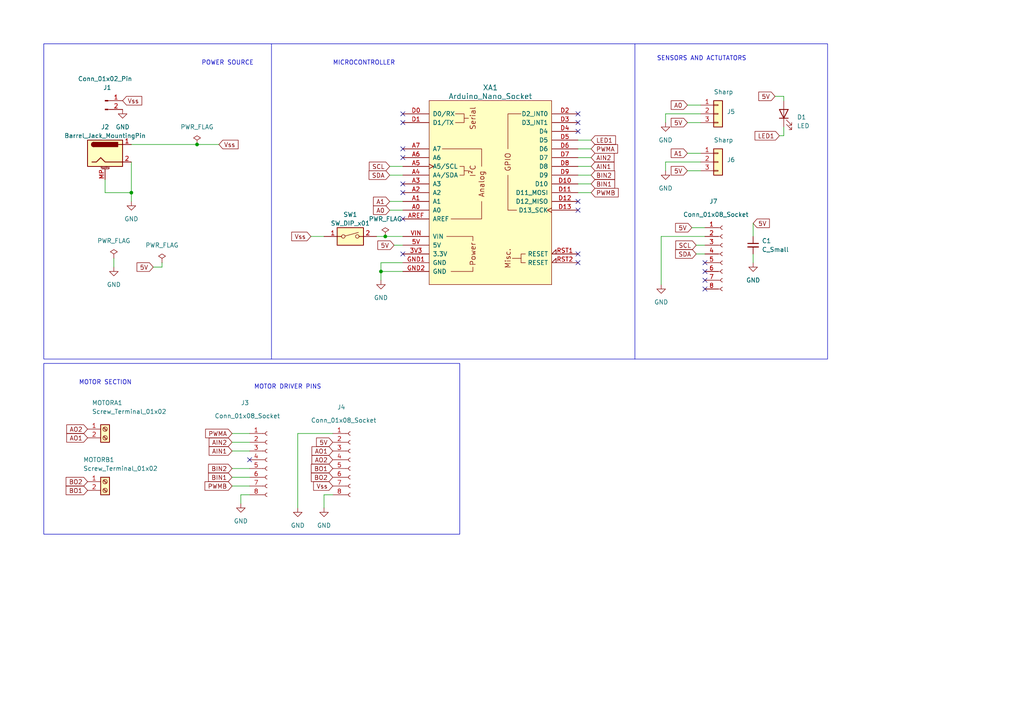
<source format=kicad_sch>
(kicad_sch (version 20230121) (generator eeschema)
  (paper "A4")
  (lib_symbols
    (symbol "Connector:Barrel_Jack_MountingPin" (pin_names hide)
      (property "Reference" "J" (at 0 5.334 0))
      (property "Value" "Barrel_Jack_MountingPin" (at 1.27 -6.35 0))
      (symbol "Barrel_Jack_MountingPin_0_1"
        (rectangle (start -5.08 3.81) (end 5.08 -3.81) (stroke (width 0.254)) (fill (type background)))
        (arc (start -3.302 3.175) (mid -3.9343 2.54) (end -3.302 1.905) (stroke (width 0.254)))
        (arc (start -3.302 3.175) (mid -3.9343 2.54) (end -3.302 1.905) (stroke (width 0.254)) (fill (type outline)))
        (polyline (pts (xy 5.08 2.54) (xy 3.81 2.54)) (stroke (width 0.254)))
        (polyline (pts (xy -3.81 -2.54) (xy -2.54 -2.54) (xy -1.27 -1.27) (xy 0 -2.54) (xy 2.54 -2.54) (xy 5.08 -2.54)) (stroke (width 0.254)))
        (rectangle (start 3.683 3.175) (end -3.302 1.905) (stroke (width 0.254)) (fill (type outline)))
      )
      (symbol "Barrel_Jack_MountingPin_1_1"
        (polyline (pts (xy -1.016 -4.572) (xy 1.016 -4.572)) (stroke (width 0.1524)))
        (text "Mounting" (at 0 -4.191 0) (effects (font (size 0.381 0.381))))
        (pin passive line (at 7.62 2.54 180) (length 2.54) (name "~") (number "1"))
        (pin passive line (at 7.62 -2.54 180) (length 2.54) (name "~") (number "2"))
        (pin passive line (at 0 -7.62 90) (length 3.048) (name "MountPin") (number "MP"))
      )
    )
    (symbol "Connector:Conn_01x02_Pin" (pin_names (offset 1.016) hide)
      (property "Reference" "J" (at 0 2.54 0))
      (property "Value" "Conn_01x02_Pin" (at 0 -5.08 0))
      (symbol "Conn_01x02_Pin_1_1"
        (polyline (pts (xy 1.27 -2.54) (xy 0.8636 -2.54)) (stroke (width 0.1524)))
        (polyline (pts (xy 1.27 0) (xy 0.8636 0)) (stroke (width 0.1524)))
        (rectangle (start 0.8636 -2.413) (end 0 -2.667) (stroke (width 0.1524)) (fill (type outline)))
        (rectangle (start 0.8636 0.127) (end 0 -0.127) (stroke (width 0.1524)) (fill (type outline)))
        (pin passive line (at 5.08 0 180) (length 3.81) (name "Pin_1") (number "1"))
        (pin passive line (at 5.08 -2.54 180) (length 3.81) (name "Pin_2") (number "2"))
      )
    )
    (symbol "Connector:Conn_01x08_Socket" (pin_names (offset 1.016) hide)
      (property "Reference" "J" (at 0 10.16 0))
      (property "Value" "Conn_01x08_Socket" (at 0 -12.7 0))
      (symbol "Conn_01x08_Socket_1_1"
        (arc (start 0 -9.652) (mid -0.5058 -10.16) (end 0 -10.668) (stroke (width 0.1524)))
        (arc (start 0 -7.112) (mid -0.5058 -7.62) (end 0 -8.128) (stroke (width 0.1524)))
        (arc (start 0 -4.572) (mid -0.5058 -5.08) (end 0 -5.588) (stroke (width 0.1524)))
        (arc (start 0 -2.032) (mid -0.5058 -2.54) (end 0 -3.048) (stroke (width 0.1524)))
        (polyline (pts (xy -1.27 -10.16) (xy -0.508 -10.16)) (stroke (width 0.1524)))
        (polyline (pts (xy -1.27 -7.62) (xy -0.508 -7.62)) (stroke (width 0.1524)))
        (polyline (pts (xy -1.27 -5.08) (xy -0.508 -5.08)) (stroke (width 0.1524)))
        (polyline (pts (xy -1.27 -2.54) (xy -0.508 -2.54)) (stroke (width 0.1524)))
        (polyline (pts (xy -1.27 0) (xy -0.508 0)) (stroke (width 0.1524)))
        (polyline (pts (xy -1.27 2.54) (xy -0.508 2.54)) (stroke (width 0.1524)))
        (polyline (pts (xy -1.27 5.08) (xy -0.508 5.08)) (stroke (width 0.1524)))
        (polyline (pts (xy -1.27 7.62) (xy -0.508 7.62)) (stroke (width 0.1524)))
        (arc (start 0 0.508) (mid -0.5058 0) (end 0 -0.508) (stroke (width 0.1524)))
        (arc (start 0 3.048) (mid -0.5058 2.54) (end 0 2.032) (stroke (width 0.1524)))
        (arc (start 0 5.588) (mid -0.5058 5.08) (end 0 4.572) (stroke (width 0.1524)))
        (arc (start 0 8.128) (mid -0.5058 7.62) (end 0 7.112) (stroke (width 0.1524)))
        (pin passive line (at -5.08 7.62 0) (length 3.81) (name "Pin_1") (number "1"))
        (pin passive line (at -5.08 5.08 0) (length 3.81) (name "Pin_2") (number "2"))
        (pin passive line (at -5.08 2.54 0) (length 3.81) (name "Pin_3") (number "3"))
        (pin passive line (at -5.08 0 0) (length 3.81) (name "Pin_4") (number "4"))
        (pin passive line (at -5.08 -2.54 0) (length 3.81) (name "Pin_5") (number "5"))
        (pin passive line (at -5.08 -5.08 0) (length 3.81) (name "Pin_6") (number "6"))
        (pin passive line (at -5.08 -7.62 0) (length 3.81) (name "Pin_7") (number "7"))
        (pin passive line (at -5.08 -10.16 0) (length 3.81) (name "Pin_8") (number "8"))
      )
    )
    (symbol "Connector:Screw_Terminal_01x02" (pin_names (offset 1.016) hide)
      (property "Reference" "J" (at 0 2.54 0))
      (property "Value" "Screw_Terminal_01x02" (at 0 -5.08 0))
      (symbol "Screw_Terminal_01x02_1_1"
        (rectangle (start -1.27 1.27) (end 1.27 -3.81) (stroke (width 0.254)) (fill (type background)))
        (circle (center 0 -2.54) (radius 0.635) (stroke (width 0.1524)))
        (polyline (pts (xy -0.5334 -2.2098) (xy 0.3302 -3.048)) (stroke (width 0.1524)))
        (polyline (pts (xy -0.5334 0.3302) (xy 0.3302 -0.508)) (stroke (width 0.1524)))
        (polyline (pts (xy -0.3556 -2.032) (xy 0.508 -2.8702)) (stroke (width 0.1524)))
        (polyline (pts (xy -0.3556 0.508) (xy 0.508 -0.3302)) (stroke (width 0.1524)))
        (circle (center 0 0) (radius 0.635) (stroke (width 0.1524)))
        (pin passive line (at -5.08 0 0) (length 3.81) (name "Pin_1") (number "1"))
        (pin passive line (at -5.08 -2.54 0) (length 3.81) (name "Pin_2") (number "2"))
      )
    )
    (symbol "Connector_Generic:Conn_01x03" (pin_names (offset 1.016) hide)
      (property "Reference" "J" (at 0 5.08 0))
      (property "Value" "Conn_01x03" (at 0 -5.08 0))
      (symbol "Conn_01x03_1_1"
        (rectangle (start -1.27 -2.413) (end 0 -2.667) (stroke (width 0.1524)))
        (rectangle (start -1.27 0.127) (end 0 -0.127) (stroke (width 0.1524)))
        (rectangle (start -1.27 2.667) (end 0 2.413) (stroke (width 0.1524)))
        (rectangle (start -1.27 3.81) (end 1.27 -3.81) (stroke (width 0.254)) (fill (type background)))
        (pin passive line (at -5.08 2.54 0) (length 3.81) (name "Pin_1") (number "1"))
        (pin passive line (at -5.08 0 0) (length 3.81) (name "Pin_2") (number "2"))
        (pin passive line (at -5.08 -2.54 0) (length 3.81) (name "Pin_3") (number "3"))
      )
    )
    (symbol "Device:C_Small" (pin_numbers hide) (pin_names (offset 0.254) hide)
      (property "Reference" "C" (at 0.254 1.778 0))
      (property "Value" "C_Small" (at 0.254 -2.032 0))
      (symbol "C_Small_0_1"
        (polyline (pts (xy -1.524 -0.508) (xy 1.524 -0.508)) (stroke (width 0.3302)))
        (polyline (pts (xy -1.524 0.508) (xy 1.524 0.508)) (stroke (width 0.3048)))
      )
      (symbol "C_Small_1_1"
        (pin passive line (at 0 2.54 270) (length 2.032) (name "~") (number "1"))
        (pin passive line (at 0 -2.54 90) (length 2.032) (name "~") (number "2"))
      )
    )
    (symbol "Device:LED" (pin_numbers hide) (pin_names (offset 1.016) hide)
      (property "Reference" "D" (at 0 2.54 0))
      (property "Value" "LED" (at 0 -2.54 0))
      (symbol "LED_0_1"
        (polyline (pts (xy -1.27 -1.27) (xy -1.27 1.27)) (stroke (width 0.254)))
        (polyline (pts (xy -1.27 0) (xy 1.27 0)))
        (polyline (pts (xy 1.27 -1.27) (xy 1.27 1.27) (xy -1.27 0) (xy 1.27 -1.27)) (stroke (width 0.254)))
        (polyline (pts (xy -3.048 -0.762) (xy -4.572 -2.286) (xy -3.81 -2.286) (xy -4.572 -2.286) (xy -4.572 -1.524)))
        (polyline (pts (xy -1.778 -0.762) (xy -3.302 -2.286) (xy -2.54 -2.286) (xy -3.302 -2.286) (xy -3.302 -1.524)))
      )
      (symbol "LED_1_1"
        (pin passive line (at -3.81 0 0) (length 2.54) (name "K") (number "1"))
        (pin passive line (at 3.81 0 180) (length 2.54) (name "A") (number "2"))
      )
    )
    (symbol "PCM_arduino-library:Arduino_Nano_Socket" (pin_names (offset 1.016))
      (property "Reference" "XA" (at 0 33.02 0))
      (property "Value" "Arduino_Nano_Socket" (at 0 29.21 0))
      (symbol "Arduino_Nano_Socket_0_0"
        (rectangle (start -17.78 26.67) (end 17.78 -26.67) (fill (type background)))
        (polyline (pts (xy -7.62 6.35) (xy -6.35 6.35)))
        (polyline (pts (xy -7.62 21.59) (xy -6.35 21.59)))
        (polyline (pts (xy 8.89 -19.05) (xy 6.35 -19.05)))
        (polyline (pts (xy -11.43 -22.86) (xy -5.08 -22.86) (xy -5.08 -21.59)))
        (polyline (pts (xy -5.08 -13.97) (xy -5.08 -12.7) (xy -12.7 -12.7)))
        (polyline (pts (xy -10.16 22.86) (xy -7.62 22.86) (xy -7.62 20.32) (xy -10.16 20.32)))
        (polyline (pts (xy -8.89 7.62) (xy -7.62 7.62) (xy -7.62 5.08) (xy -8.89 5.08)))
        (text "Analog" (at -2.54 2.54 900) (effects (font (size 1.524 1.524))))
        (text "I²C" (at -5.08 6.35 900) (effects (font (size 1.524 1.524))))
        (text "Misc." (at 5.08 -19.05 900) (effects (font (size 1.524 1.524))))
        (text "Power" (at -5.08 -17.78 900) (effects (font (size 1.524 1.524))))
        (text "Serial" (at -5.08 21.59 900) (effects (font (size 1.524 1.524))))
      )
      (symbol "Arduino_Nano_Socket_0_1"
        (polyline (pts (xy -13.97 12.7) (xy -2.54 12.7) (xy -2.54 7.62)))
        (polyline (pts (xy -11.43 -7.62) (xy -2.54 -7.62) (xy -2.54 -2.54)))
        (polyline (pts (xy 7.62 -5.08) (xy 5.08 -5.08) (xy 5.08 5.08)))
        (polyline (pts (xy 8.89 22.86) (xy 5.08 22.86) (xy 5.08 12.7)))
        (polyline (pts (xy 10.16 -17.78) (xy 8.89 -17.78) (xy 8.89 -20.32) (xy 10.16 -20.32)))
      )
      (symbol "Arduino_Nano_Socket_1_0"
        (text "GPIO" (at 5.08 8.89 900) (effects (font (size 1.524 1.524))))
      )
      (symbol "Arduino_Nano_Socket_1_1"
        (pin power_out line (at -25.4 -17.78 0) (length 7.62) (name "3.3V") (number "3V3"))
        (pin power_in line (at -25.4 -15.24 0) (length 7.62) (name "5V") (number "5V"))
        (pin bidirectional line (at -25.4 -5.08 0) (length 7.62) (name "A0") (number "A0"))
        (pin bidirectional line (at -25.4 -2.54 0) (length 7.62) (name "A1") (number "A1"))
        (pin bidirectional line (at -25.4 0 0) (length 7.62) (name "A2") (number "A2"))
        (pin bidirectional line (at -25.4 2.54 0) (length 7.62) (name "A3") (number "A3"))
        (pin bidirectional line (at -25.4 5.08 0) (length 7.62) (name "A4/SDA") (number "A4"))
        (pin bidirectional clock (at -25.4 7.62 0) (length 7.62) (name "A5/SCL") (number "A5"))
        (pin input line (at -25.4 10.16 0) (length 7.62) (name "A6") (number "A6"))
        (pin input line (at -25.4 12.7 0) (length 7.62) (name "A7") (number "A7"))
        (pin input line (at -25.4 -7.62 0) (length 7.62) (name "AREF") (number "AREF"))
        (pin bidirectional line (at -25.4 22.86 0) (length 7.62) (name "D0/RX") (number "D0"))
        (pin bidirectional line (at -25.4 20.32 0) (length 7.62) (name "D1/TX") (number "D1"))
        (pin bidirectional line (at 25.4 2.54 180) (length 7.62) (name "D10") (number "D10"))
        (pin bidirectional line (at 25.4 0 180) (length 7.62) (name "D11_MOSI") (number "D11"))
        (pin bidirectional line (at 25.4 -2.54 180) (length 7.62) (name "D12_MISO") (number "D12"))
        (pin bidirectional clock (at 25.4 -5.08 180) (length 7.62) (name "D13_SCK") (number "D13"))
        (pin bidirectional line (at 25.4 22.86 180) (length 7.62) (name "D2_INT0") (number "D2"))
        (pin bidirectional line (at 25.4 20.32 180) (length 7.62) (name "D3_INT1") (number "D3"))
        (pin bidirectional line (at 25.4 17.78 180) (length 7.62) (name "D4") (number "D4"))
        (pin bidirectional line (at 25.4 15.24 180) (length 7.62) (name "D5") (number "D5"))
        (pin bidirectional line (at 25.4 12.7 180) (length 7.62) (name "D6") (number "D6"))
        (pin bidirectional line (at 25.4 10.16 180) (length 7.62) (name "D7") (number "D7"))
        (pin bidirectional line (at 25.4 7.62 180) (length 7.62) (name "D8") (number "D8"))
        (pin bidirectional line (at 25.4 5.08 180) (length 7.62) (name "D9") (number "D9"))
        (pin power_in line (at -25.4 -20.32 0) (length 7.62) (name "GND") (number "GND1"))
        (pin power_in line (at -25.4 -22.86 0) (length 7.62) (name "GND") (number "GND2"))
        (pin open_collector input_low (at 25.4 -17.78 180) (length 7.62) (name "RESET") (number "RST1"))
        (pin open_collector input_low (at 25.4 -20.32 180) (length 7.62) (name "RESET") (number "RST2"))
        (pin power_in line (at -25.4 -12.7 0) (length 7.62) (name "VIN") (number "VIN"))
      )
    )
    (symbol "Switch:SW_DIP_x01" (pin_names (offset 0) hide)
      (property "Reference" "SW" (at 0 3.81 0))
      (property "Value" "SW_DIP_x01" (at 0 -3.81 0))
      (symbol "SW_DIP_x01_0_0"
        (circle (center -2.032 0) (radius 0.508))
        (polyline (pts (xy -1.524 0.127) (xy 2.3622 1.1684)))
        (circle (center 2.032 0) (radius 0.508))
      )
      (symbol "SW_DIP_x01_0_1"
        (rectangle (start -3.81 2.54) (end 3.81 -2.54) (stroke (width 0.254)) (fill (type background)))
      )
      (symbol "SW_DIP_x01_1_1"
        (pin passive line (at -7.62 0 0) (length 5.08) (name "~") (number "1"))
        (pin passive line (at 7.62 0 180) (length 5.08) (name "~") (number "2"))
      )
    )
    (symbol "power:GND" (power) (pin_names (offset 0))
      (property "Value" "GND" (at 0 -3.81 0))
      (symbol "GND_0_1"
        (polyline (pts (xy 0 0) (xy 0 -1.27) (xy 1.27 -1.27) (xy 0 -2.54) (xy -1.27 -1.27) (xy 0 -1.27)))
      )
      (symbol "GND_1_1"
        (pin power_in line (at 0 0 270) (length 0) hide (name "GND") (number "1"))
      )
    )
    (symbol "power:PWR_FLAG" (power) (pin_numbers hide) (pin_names (offset 0) hide)
      (property "Value" "PWR_FLAG" (at 0 3.81 0))
      (symbol "PWR_FLAG_0_0"
        (pin power_out line (at 0 0 90) (length 0) (name "pwr") (number "1"))
      )
      (symbol "PWR_FLAG_0_1"
        (polyline (pts (xy 0 0) (xy 0 1.27) (xy -1.016 1.905) (xy 0 2.54) (xy 1.016 1.905) (xy 0 1.27)))
      )
    )
  )
  (junction (at 111.76 68.58))
  (junction (at 110.49 78.74))
  (junction (at 38.1 55.88))
  (junction (at 57.15 41.91))
  (no_connect (at 167.64 38.1))
  (no_connect (at 116.84 73.66))
  (no_connect (at 167.64 76.2))
  (no_connect (at 116.84 45.72))
  (no_connect (at 116.84 43.18))
  (no_connect (at 116.84 55.88))
  (no_connect (at 116.84 63.5))
  (no_connect (at 116.84 53.34))
  (no_connect (at 204.47 78.74))
  (no_connect (at 72.39 133.35))
  (no_connect (at 167.64 58.42))
  (no_connect (at 167.64 73.66))
  (no_connect (at 167.64 35.56))
  (no_connect (at 204.47 81.28))
  (no_connect (at 204.47 76.2))
  (no_connect (at 116.84 35.56))
  (no_connect (at 116.84 33.02))
  (no_connect (at 204.47 83.82))
  (no_connect (at 167.64 60.96))
  (no_connect (at 167.64 33.02))
  (wire (pts (xy 116.84 76.2) (xy 110.49 76.2)))
  (wire (pts (xy 72.39 130.81) (xy 67.31 130.81)))
  (wire (pts (xy 200.66 66.04) (xy 204.47 66.04)))
  (wire (pts (xy 167.64 43.18) (xy 171.45 43.18)))
  (wire (pts (xy 38.1 41.91) (xy 57.15 41.91)))
  (wire (pts (xy 199.39 49.53) (xy 203.2 49.53)))
  (wire (pts (xy 96.52 125.73) (xy 86.36 125.73)))
  (wire (pts (xy 46.99 77.47) (xy 44.45 77.47)))
  (wire (pts (xy 90.17 68.58) (xy 93.98 68.58)))
  (wire (pts (xy 30.48 52.07) (xy 30.48 55.88)))
  (wire (pts (xy 38.1 46.99) (xy 38.1 55.88)))
  (wire (pts (xy 109.22 68.58) (xy 111.76 68.58)))
  (wire (pts (xy 113.03 50.8) (xy 116.84 50.8)))
  (wire (pts (xy 227.33 39.37) (xy 226.06 39.37)))
  (wire (pts (xy 67.31 140.97) (xy 72.39 140.97)))
  (wire (pts (xy 114.3 71.12) (xy 116.84 71.12)))
  (wire (pts (xy 96.52 143.51) (xy 93.98 143.51)))
  (wire (pts (xy 69.85 143.51) (xy 69.85 146.05)))
  (wire (pts (xy 218.44 64.77) (xy 218.44 68.58)))
  (wire (pts (xy 201.93 71.12) (xy 204.47 71.12)))
  (wire (pts (xy 72.39 128.27) (xy 67.31 128.27)))
  (wire (pts (xy 203.2 33.02) (xy 193.04 33.02)))
  (wire (pts (xy 167.64 53.34) (xy 171.45 53.34)))
  (wire (pts (xy 67.31 138.43) (xy 72.39 138.43)))
  (wire (pts (xy 72.39 143.51) (xy 69.85 143.51)))
  (wire (pts (xy 199.39 44.45) (xy 203.2 44.45)))
  (wire (pts (xy 199.39 30.48) (xy 203.2 30.48)))
  (wire (pts (xy 46.99 76.2) (xy 46.99 77.47)))
  (wire (pts (xy 227.33 36.83) (xy 227.33 39.37)))
  (wire (pts (xy 171.45 40.64) (xy 167.64 40.64)))
  (wire (pts (xy 167.64 55.88) (xy 171.45 55.88)))
  (wire (pts (xy 193.04 46.99) (xy 193.04 49.53)))
  (wire (pts (xy 113.03 60.96) (xy 116.84 60.96)))
  (wire (pts (xy 86.36 125.73) (xy 86.36 147.32)))
  (wire (pts (xy 191.77 68.58) (xy 191.77 82.55)))
  (wire (pts (xy 167.64 45.72) (xy 171.45 45.72)))
  (wire (pts (xy 193.04 33.02) (xy 193.04 35.56)))
  (wire (pts (xy 72.39 125.73) (xy 67.31 125.73)))
  (wire (pts (xy 30.48 55.88) (xy 38.1 55.88)))
  (wire (pts (xy 110.49 78.74) (xy 116.84 78.74)))
  (wire (pts (xy 224.79 27.94) (xy 227.33 27.94)))
  (wire (pts (xy 93.98 143.51) (xy 93.98 147.32)))
  (wire (pts (xy 110.49 76.2) (xy 110.49 78.74)))
  (wire (pts (xy 201.93 73.66) (xy 204.47 73.66)))
  (wire (pts (xy 203.2 46.99) (xy 193.04 46.99)))
  (wire (pts (xy 167.64 48.26) (xy 171.45 48.26)))
  (wire (pts (xy 67.31 135.89) (xy 72.39 135.89)))
  (wire (pts (xy 38.1 55.88) (xy 38.1 58.42)))
  (wire (pts (xy 33.02 74.93) (xy 33.02 77.47)))
  (wire (pts (xy 111.76 68.58) (xy 116.84 68.58)))
  (wire (pts (xy 204.47 68.58) (xy 191.77 68.58)))
  (wire (pts (xy 113.03 58.42) (xy 116.84 58.42)))
  (wire (pts (xy 199.39 35.56) (xy 203.2 35.56)))
  (wire (pts (xy 167.64 50.8) (xy 171.45 50.8)))
  (wire (pts (xy 113.03 48.26) (xy 116.84 48.26)))
  (wire (pts (xy 110.49 78.74) (xy 110.49 81.28)))
  (wire (pts (xy 218.44 73.66) (xy 218.44 76.2)))
  (wire (pts (xy 227.33 27.94) (xy 227.33 29.21)))
  (wire (pts (xy 57.15 41.91) (xy 63.5 41.91)))
  (rectangle (start 184.15 12.7) (end 184.15 104.14))
  (rectangle (start 12.7 105.41) (end 133.35 154.94))
  (rectangle (start 78.74 12.7) (end 78.74 104.14))
  (rectangle (start 12.7 12.7) (end 240.03 104.14))
  (text "MOTOR SECTION\n" (at 22.86 111.76 0) (effects (font (size 1.27 1.27)) (justify left bottom)))
  (text "SENSORS AND ACTUTATORS" (at 190.5 17.78 0) (effects (font (size 1.27 1.27)) (justify left bottom)))
  (text "MICROCONTROLLER\n" (at 96.52 19.05 0) (effects (font (size 1.27 1.27)) (justify left bottom)))
  (text "POWER SOURCE" (at 58.42 19.05 0) (effects (font (size 1.27 1.27)) (justify left bottom)))
  (text "MOTOR DRIVER PINS" (at 73.66 113.03 0) (effects (font (size 1.27 1.27)) (justify left bottom)))
  (global_label "Vss" (shape input) (at 35.56 29.21 0) (property "Intersheetrefs" "${INTERSHEET_REFS}" (effects hide)))
  (global_label "BO2" (shape input) (at 25.4 139.7 180) (property "Intersheetrefs" "${INTERSHEET_REFS}" (effects hide)))
  (global_label "5V" (shape input) (at 199.39 35.56 180) (property "Intersheetrefs" "${INTERSHEET_REFS}" (effects hide)))
  (global_label "5V" (shape input) (at 96.52 128.27 180) (property "Intersheetrefs" "${INTERSHEET_REFS}" (effects hide)))
  (global_label "PWMB" (shape input) (at 171.45 55.88 0) (property "Intersheetrefs" "${INTERSHEET_REFS}" (effects hide)))
  (global_label "A1" (shape input) (at 113.03 58.42 180) (property "Intersheetrefs" "${INTERSHEET_REFS}" (effects hide)))
  (global_label "PWMA" (shape input) (at 171.45 43.18 0) (property "Intersheetrefs" "${INTERSHEET_REFS}" (effects hide)))
  (global_label "5V" (shape input) (at 218.44 64.77 0) (property "Intersheetrefs" "${INTERSHEET_REFS}" (effects hide)))
  (global_label "BO1" (shape input) (at 96.52 135.89 180) (property "Intersheetrefs" "${INTERSHEET_REFS}" (effects hide)))
  (global_label "AO2" (shape input) (at 25.4 124.46 180) (property "Intersheetrefs" "${INTERSHEET_REFS}" (effects hide)))
  (global_label "5V" (shape input) (at 114.3 71.12 180) (property "Intersheetrefs" "${INTERSHEET_REFS}" (effects hide)))
  (global_label "BO2" (shape input) (at 96.52 138.43 180) (property "Intersheetrefs" "${INTERSHEET_REFS}" (effects hide)))
  (global_label "BIN2" (shape input) (at 171.45 50.8 0) (property "Intersheetrefs" "${INTERSHEET_REFS}" (effects hide)))
  (global_label "LED1" (shape input) (at 226.06 39.37 180) (property "Intersheetrefs" "${INTERSHEET_REFS}" (effects hide)))
  (global_label "5V" (shape input) (at 44.45 77.47 180) (property "Intersheetrefs" "${INTERSHEET_REFS}" (effects hide)))
  (global_label "LED1" (shape input) (at 171.45 40.64 0) (property "Intersheetrefs" "${INTERSHEET_REFS}" (effects hide)))
  (global_label "AIN1" (shape input) (at 171.45 48.26 0) (property "Intersheetrefs" "${INTERSHEET_REFS}" (effects hide)))
  (global_label "Vss" (shape input) (at 63.5 41.91 0) (property "Intersheetrefs" "${INTERSHEET_REFS}" (effects hide)))
  (global_label "AIN2" (shape input) (at 67.31 128.27 180) (property "Intersheetrefs" "${INTERSHEET_REFS}" (effects hide)))
  (global_label "SCL" (shape input) (at 201.93 71.12 180) (property "Intersheetrefs" "${INTERSHEET_REFS}" (effects hide)))
  (global_label "BO1" (shape input) (at 25.4 142.24 180) (property "Intersheetrefs" "${INTERSHEET_REFS}" (effects hide)))
  (global_label "A0" (shape input) (at 199.39 30.48 180) (property "Intersheetrefs" "${INTERSHEET_REFS}" (effects hide)))
  (global_label "AIN1" (shape input) (at 67.31 130.81 180) (property "Intersheetrefs" "${INTERSHEET_REFS}" (effects hide)))
  (global_label "Vss" (shape input) (at 90.17 68.58 180) (property "Intersheetrefs" "${INTERSHEET_REFS}" (effects hide)))
  (global_label "PWMA" (shape input) (at 67.31 125.73 180) (property "Intersheetrefs" "${INTERSHEET_REFS}" (effects hide)))
  (global_label "A0" (shape input) (at 113.03 60.96 180) (property "Intersheetrefs" "${INTERSHEET_REFS}" (effects hide)))
  (global_label "AO2" (shape input) (at 96.52 133.35 180) (property "Intersheetrefs" "${INTERSHEET_REFS}" (effects hide)))
  (global_label "AO1" (shape input) (at 96.52 130.81 180) (property "Intersheetrefs" "${INTERSHEET_REFS}" (effects hide)))
  (global_label "SDA" (shape input) (at 113.03 50.8 180) (property "Intersheetrefs" "${INTERSHEET_REFS}" (effects hide)))
  (global_label "AIN2" (shape input) (at 171.45 45.72 0) (property "Intersheetrefs" "${INTERSHEET_REFS}" (effects hide)))
  (global_label "PWMB" (shape input) (at 67.31 140.97 180) (property "Intersheetrefs" "${INTERSHEET_REFS}" (effects hide)))
  (global_label "Vss" (shape input) (at 96.52 140.97 180) (property "Intersheetrefs" "${INTERSHEET_REFS}" (effects hide)))
  (global_label "AO1" (shape input) (at 25.4 127 180) (property "Intersheetrefs" "${INTERSHEET_REFS}" (effects hide)))
  (global_label "SCL" (shape input) (at 113.03 48.26 180) (property "Intersheetrefs" "${INTERSHEET_REFS}" (effects hide)))
  (global_label "5V" (shape input) (at 200.66 66.04 180) (property "Intersheetrefs" "${INTERSHEET_REFS}" (effects hide)))
  (global_label "5V" (shape input) (at 199.39 49.53 180) (property "Intersheetrefs" "${INTERSHEET_REFS}" (effects hide)))
  (global_label "A1" (shape input) (at 199.39 44.45 180) (property "Intersheetrefs" "${INTERSHEET_REFS}" (effects hide)))
  (global_label "BIN2" (shape input) (at 67.31 135.89 180) (property "Intersheetrefs" "${INTERSHEET_REFS}" (effects hide)))
  (global_label "5V" (shape input) (at 224.79 27.94 180) (property "Intersheetrefs" "${INTERSHEET_REFS}" (effects hide)))
  (global_label "BIN1" (shape input) (at 171.45 53.34 0) (property "Intersheetrefs" "${INTERSHEET_REFS}" (effects hide)))
  (global_label "BIN1" (shape input) (at 67.31 138.43 180) (property "Intersheetrefs" "${INTERSHEET_REFS}" (effects hide)))
  (global_label "SDA" (shape input) (at 201.93 73.66 180) (property "Intersheetrefs" "${INTERSHEET_REFS}" (effects hide)))
  (symbol (lib_id "Connector:Conn_01x02_Pin") (at 30.48 29.21 0) (unit 1)
    (property "Reference" "J1" (at 31.115 25.4 0))
    (property "Value" "Conn_01x02_Pin" (at 30.48 22.86 0))
    (property "Footprint" "Connector_PinHeader_2.54mm:PinHeader_1x02_P2.54mm_Vertical" (effects hide))
  )
  (symbol (lib_id "power:GND") (at 191.77 82.55 0) (unit 1)
    (property "Reference" "#PWR010" (effects hide))
    (property "Value" "GND" (at 191.77 87.63 0))
  )
  (symbol (lib_id "power:GND") (at 86.36 147.32 0) (unit 1)
    (property "Reference" "#PWR06" (effects hide))
    (property "Value" "GND" (at 86.36 152.4 0))
  )
  (symbol (lib_id "power:GND") (at 110.49 81.28 0) (unit 1)
    (property "Reference" "#PWR04" (effects hide))
    (property "Value" "GND" (at 110.49 86.36 0))
  )
  (symbol (lib_id "Connector:Screw_Terminal_01x02") (at 30.48 139.7 0) (unit 1)
    (property "Reference" "MOTORB1" (at 24.13 133.35 0) (effects (justify left)))
    (property "Value" "Screw_Terminal_01x02" (at 24.13 135.89 0) (effects (justify left)))
    (property "Footprint" "TerminalBlock_RND:TerminalBlock_RND_205-00001_1x02_P5.00mm_Horizontal" (effects hide))
  )
  (symbol (lib_id "power:GND") (at 193.04 35.56 0) (unit 1)
    (property "Reference" "#PWR08" (effects hide))
    (property "Value" "GND" (at 193.04 40.64 0))
  )
  (symbol (lib_id "power:GND") (at 193.04 49.53 0) (unit 1)
    (property "Reference" "#PWR09" (effects hide))
    (property "Value" "GND" (at 193.04 54.61 0))
  )
  (symbol (lib_id "power:PWR_FLAG") (at 46.99 76.2 0) (unit 1)
    (property "Reference" "#FLG03" (effects hide))
    (property "Value" "PWR_FLAG" (at 46.99 71.12 0))
  )
  (symbol (lib_id "power:GND") (at 38.1 58.42 0) (unit 1)
    (property "Reference" "#PWR02" (effects hide))
    (property "Value" "GND" (at 38.1 63.5 0))
  )
  (symbol (lib_id "Connector_Generic:Conn_01x03") (at 208.28 33.02 0) (unit 1)
    (property "Reference" "J5" (at 210.82 32.385 0) (effects (justify left)))
    (property "Value" "Sharp" (at 207.01 26.67 0) (effects (justify left)))
    (property "Footprint" "Connector_JST:JST_PH_B3B-PH-K_1x03_P2.00mm_Vertical" (effects hide))
  )
  (symbol (lib_id "Connector:Conn_01x08_Socket") (at 77.47 133.35 0) (unit 1)
    (property "Reference" "J3" (at 69.85 116.84 0) (effects (justify left)))
    (property "Value" "Conn_01x08_Socket" (at 62.23 120.65 0) (effects (justify left)))
    (property "Footprint" "Connector_PinHeader_2.54mm:PinHeader_1x08_P2.54mm_Vertical" (effects hide))
  )
  (symbol (lib_id "PCM_arduino-library:Arduino_Nano_Socket") (at 142.24 55.88 0) (unit 1)
    (property "Reference" "XA1" (at 142.24 25.4 0) (effects (font (size 1.524 1.524))))
    (property "Value" "Arduino_Nano_Socket" (at 142.24 27.94 0) (effects (font (size 1.524 1.524))))
    (property "Footprint" "PCM_arduino-library:Arduino_Nano_Socket" (effects hide))
    (property "Datasheet" "https://docs.arduino.cc/hardware/nano" (effects hide))
  )
  (symbol (lib_id "Connector:Conn_01x08_Socket") (at 209.55 73.66 0) (unit 1)
    (property "Reference" "J7" (at 205.74 58.42 0) (effects (justify left)))
    (property "Value" "Conn_01x08_Socket" (at 198.12 62.23 0) (effects (justify left)))
    (property "Footprint" "Connector_PinHeader_2.54mm:PinHeader_1x08_P2.54mm_Vertical" (effects hide))
  )
  (symbol (lib_id "Device:LED") (at 227.33 33.02 90) (unit 1)
    (property "Reference" "D1" (at 231.14 33.9725 90) (effects (justify right)))
    (property "Value" "LED" (at 231.14 36.5125 90) (effects (justify right)))
    (property "Footprint" "LED_THT:LED_D5.0mm" (effects hide))
  )
  (symbol (lib_id "Switch:SW_DIP_x01") (at 101.6 68.58 0) (unit 1)
    (property "Reference" "SW1" (at 101.6 62.23 0))
    (property "Value" "SW_DIP_x01" (at 101.6 64.77 0))
    (property "Footprint" "Button_Switch_THT:SW_DIP_SPSTx01_Slide_6.7x4.1mm_W7.62mm_P2.54mm_LowProfile" (effects hide))
  )
  (symbol (lib_id "power:GND") (at 35.56 31.75 0) (unit 1)
    (property "Reference" "#PWR01" (effects hide))
    (property "Value" "GND" (at 35.56 36.83 0))
  )
  (symbol (lib_id "power:PWR_FLAG") (at 111.76 68.58 0) (unit 1)
    (property "Reference" "#FLG04" (effects hide))
    (property "Value" "PWR_FLAG" (at 111.76 63.5 0))
  )
  (symbol (lib_id "power:PWR_FLAG") (at 33.02 74.93 0) (unit 1)
    (property "Reference" "#FLG02" (effects hide))
    (property "Value" "PWR_FLAG" (at 33.02 69.85 0))
  )
  (symbol (lib_id "Connector:Conn_01x08_Socket") (at 101.6 133.35 0) (unit 1)
    (property "Reference" "J4" (at 97.79 118.11 0) (effects (justify left)))
    (property "Value" "Conn_01x08_Socket" (at 90.17 121.92 0) (effects (justify left)))
    (property "Footprint" "Connector_PinHeader_2.54mm:PinHeader_1x08_P2.54mm_Vertical" (effects hide))
  )
  (symbol (lib_id "Connector:Screw_Terminal_01x02") (at 30.48 124.46 0) (unit 1)
    (property "Reference" "MOTORA1" (at 26.67 116.84 0) (effects (justify left)))
    (property "Value" "Screw_Terminal_01x02" (at 26.67 119.38 0) (effects (justify left)))
    (property "Footprint" "TerminalBlock_RND:TerminalBlock_RND_205-00001_1x02_P5.00mm_Horizontal" (effects hide))
  )
  (symbol (lib_id "Connector_Generic:Conn_01x03") (at 208.28 46.99 0) (unit 1)
    (property "Reference" "J6" (at 210.82 46.355 0) (effects (justify left)))
    (property "Value" "Sharp" (at 207.01 40.64 0) (effects (justify left)))
    (property "Footprint" "Connector_JST:JST_PH_B3B-PH-K_1x03_P2.00mm_Vertical" (effects hide))
  )
  (symbol (lib_id "power:GND") (at 218.44 76.2 0) (unit 1)
    (property "Reference" "#PWR03" (effects hide))
    (property "Value" "GND" (at 218.44 81.28 0))
  )
  (symbol (lib_id "power:GND") (at 69.85 146.05 0) (unit 1)
    (property "Reference" "#PWR05" (effects hide))
    (property "Value" "GND" (at 69.85 151.13 0))
  )
  (symbol (lib_id "Device:C_Small") (at 218.44 71.12 0) (unit 1)
    (property "Reference" "C1" (at 220.98 69.8563 0) (effects (justify left)))
    (property "Value" "C_Small" (at 220.98 72.3963 0) (effects (justify left)))
    (property "Footprint" "Capacitor_THT:CP_Radial_D5.0mm_P2.50mm" (effects hide))
  )
  (symbol (lib_id "Connector:Barrel_Jack_MountingPin") (at 30.48 44.45 0) (unit 1)
    (property "Reference" "J2" (at 30.48 36.83 0))
    (property "Value" "Barrel_Jack_MountingPin" (at 30.48 39.37 0))
    (property "Footprint" "Connector_BarrelJack:BarrelJack_GCT_DCJ200-10-A_Horizontal" (effects hide))
  )
  (symbol (lib_id "power:PWR_FLAG") (at 57.15 41.91 0) (unit 1)
    (property "Reference" "#FLG01" (effects hide))
    (property "Value" "PWR_FLAG" (at 57.15 36.83 0))
  )
  (symbol (lib_id "power:GND") (at 93.98 147.32 0) (unit 1)
    (property "Reference" "#PWR07" (effects hide))
    (property "Value" "GND" (at 93.98 152.4 0))
  )
  (symbol (lib_id "power:GND") (at 33.02 77.47 0) (unit 1)
    (property "Reference" "#PWR011" (effects hide))
    (property "Value" "GND" (at 33.02 82.55 0))
  )
)
</source>
